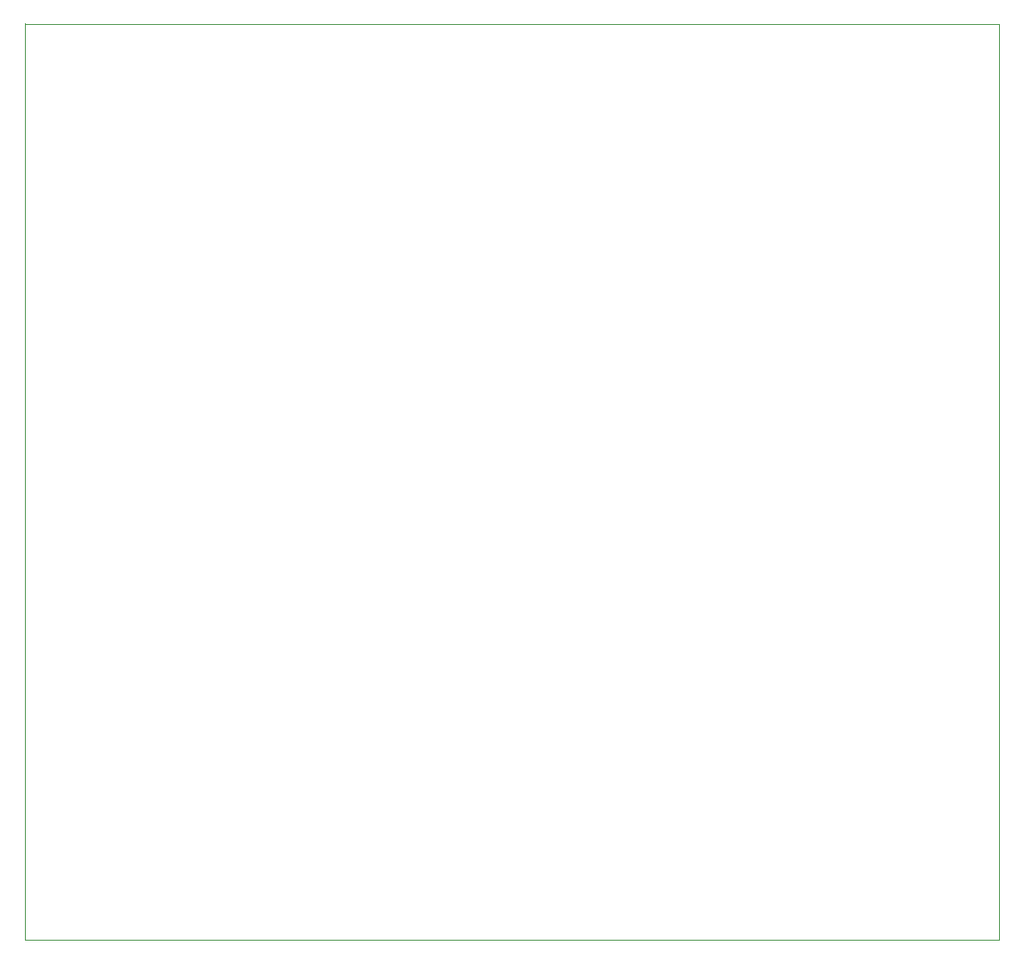
<source format=gbr>
G04 #@! TF.GenerationSoftware,KiCad,Pcbnew,5.1.4*
G04 #@! TF.CreationDate,2019-11-18T01:49:56-05:00*
G04 #@! TF.ProjectId,YellowCake,59656c6c-6f77-4436-916b-652e6b696361,rev?*
G04 #@! TF.SameCoordinates,Original*
G04 #@! TF.FileFunction,Profile,NP*
%FSLAX46Y46*%
G04 Gerber Fmt 4.6, Leading zero omitted, Abs format (unit mm)*
G04 Created by KiCad (PCBNEW 5.1.4) date 2019-11-18 01:49:56*
%MOMM*%
%LPD*%
G04 APERTURE LIST*
%ADD10C,0.050000*%
G04 APERTURE END LIST*
D10*
X196844920Y-38100000D02*
X100954840Y-38100000D01*
X100959920Y-38028880D02*
X100959920Y-128270000D01*
X196850000Y-38100000D02*
X196850000Y-128270000D01*
X196850000Y-128270000D02*
X100959920Y-128270000D01*
M02*

</source>
